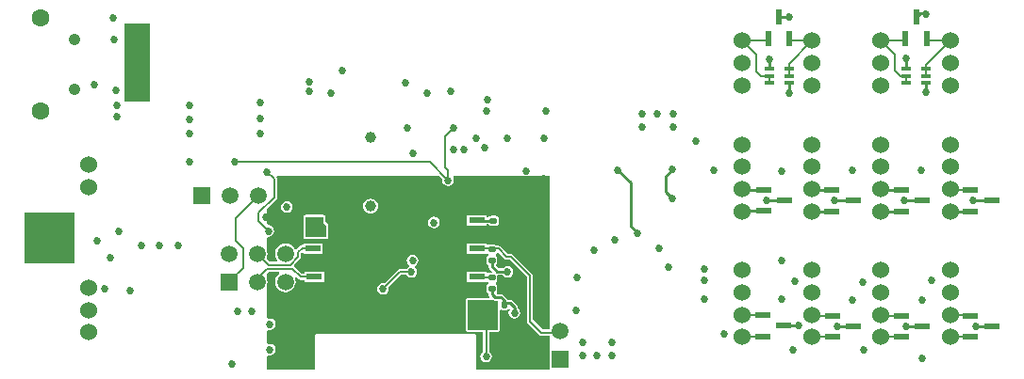
<source format=gbl>
G04 Layer_Physical_Order=4*
G04 Layer_Color=16711680*
%FSLAX25Y25*%
%MOIN*%
G70*
G01*
G75*
G04:AMPARAMS|DCode=12|XSize=22mil|YSize=24mil|CornerRadius=4.4mil|HoleSize=0mil|Usage=FLASHONLY|Rotation=90.000|XOffset=0mil|YOffset=0mil|HoleType=Round|Shape=RoundedRectangle|*
%AMROUNDEDRECTD12*
21,1,0.02200,0.01520,0,0,90.0*
21,1,0.01320,0.02400,0,0,90.0*
1,1,0.00880,0.00760,0.00660*
1,1,0.00880,0.00760,-0.00660*
1,1,0.00880,-0.00760,-0.00660*
1,1,0.00880,-0.00760,0.00660*
%
%ADD12ROUNDEDRECTD12*%
G04:AMPARAMS|DCode=15|XSize=22mil|YSize=24mil|CornerRadius=4.4mil|HoleSize=0mil|Usage=FLASHONLY|Rotation=0.000|XOffset=0mil|YOffset=0mil|HoleType=Round|Shape=RoundedRectangle|*
%AMROUNDEDRECTD15*
21,1,0.02200,0.01520,0,0,0.0*
21,1,0.01320,0.02400,0,0,0.0*
1,1,0.00880,0.00660,-0.00760*
1,1,0.00880,-0.00660,-0.00760*
1,1,0.00880,-0.00660,0.00760*
1,1,0.00880,0.00660,0.00760*
%
%ADD15ROUNDEDRECTD15*%
G04:AMPARAMS|DCode=34|XSize=78.74mil|YSize=157.48mil|CornerRadius=19.69mil|HoleSize=0mil|Usage=FLASHONLY|Rotation=90.000|XOffset=0mil|YOffset=0mil|HoleType=Round|Shape=RoundedRectangle|*
%AMROUNDEDRECTD34*
21,1,0.07874,0.11811,0,0,90.0*
21,1,0.03937,0.15748,0,0,90.0*
1,1,0.03937,0.05906,0.01969*
1,1,0.03937,0.05906,-0.01969*
1,1,0.03937,-0.05906,-0.01969*
1,1,0.03937,-0.05906,0.01969*
%
%ADD34ROUNDEDRECTD34*%
%ADD37C,0.00700*%
%ADD38C,0.00900*%
%ADD39C,0.01000*%
%ADD42C,0.00800*%
%ADD43C,0.05906*%
%ADD44R,0.05906X0.05906*%
%ADD45R,0.05906X0.05906*%
%ADD46C,0.03937*%
%ADD47C,0.06000*%
%ADD48C,0.06299*%
%ADD49C,0.04100*%
%ADD50C,0.02700*%
%ADD59R,0.03740X0.01378*%
%ADD60R,0.05512X0.02362*%
%ADD61R,0.02362X0.05512*%
G36*
X47000Y98000D02*
X38000Y98000D01*
X38000Y125500D01*
X47000Y125500D01*
Y98000D01*
D02*
G37*
G36*
X188500Y17595D02*
X188441Y17454D01*
X188391Y17071D01*
X185943D01*
X182571Y20444D01*
Y36167D01*
X182571Y36167D01*
X182489Y36577D01*
X182257Y36924D01*
X182257Y36924D01*
X175534Y43647D01*
X175187Y43879D01*
X174777Y43960D01*
X173554D01*
X171057Y46457D01*
X170710Y46689D01*
X170300Y46771D01*
X169650D01*
X169582Y46872D01*
X169205Y47124D01*
X168760Y47212D01*
X167240D01*
X166795Y47124D01*
X166656Y47031D01*
X166156Y47298D01*
Y47581D01*
X159244D01*
Y43819D01*
X166156D01*
X166156Y43819D01*
X166623Y43765D01*
X166623Y43765D01*
Y43225D01*
X166621Y43217D01*
X166418Y43082D01*
X166166Y42705D01*
X166078Y42260D01*
Y40940D01*
X166166Y40495D01*
X166418Y40118D01*
X166795Y39866D01*
X166827Y39860D01*
Y39500D01*
X166917Y39051D01*
X167171Y38671D01*
X168168Y37674D01*
X167976Y37212D01*
X167240D01*
X166795Y37124D01*
X166656Y37031D01*
X166156Y37298D01*
Y37581D01*
X159244D01*
Y33819D01*
X166156D01*
X166156Y33819D01*
X166623Y33765D01*
X166623Y33765D01*
Y33225D01*
X166621Y33217D01*
X166418Y33082D01*
X166166Y32705D01*
X166078Y32260D01*
Y30940D01*
X166166Y30495D01*
X166418Y30118D01*
X166795Y29866D01*
X166827Y29860D01*
Y29500D01*
X166917Y29051D01*
X167142Y28714D01*
X167080Y28452D01*
X166981Y28214D01*
X159500D01*
X159227Y28159D01*
X158995Y28005D01*
X158841Y27773D01*
X158786Y27500D01*
Y17000D01*
X158841Y16727D01*
X158995Y16495D01*
X159227Y16341D01*
X159500Y16286D01*
X164929D01*
Y9250D01*
X164522Y8978D01*
X164069Y8300D01*
X163910Y7500D01*
X164069Y6700D01*
X164522Y6022D01*
X165200Y5569D01*
X166000Y5410D01*
X166800Y5569D01*
X167478Y6022D01*
X167931Y6700D01*
X168090Y7500D01*
X167931Y8300D01*
X167478Y8978D01*
X167071Y9250D01*
Y16286D01*
X170000D01*
X170273Y16341D01*
X170505Y16495D01*
X170659Y16727D01*
X170714Y17000D01*
Y23790D01*
X171193Y24068D01*
X171214Y24066D01*
X171640Y23981D01*
X172960D01*
X173405Y24069D01*
X173782Y24321D01*
X174192Y24333D01*
X174353Y24276D01*
X174366Y24245D01*
X174069Y23800D01*
X173910Y23000D01*
X174069Y22200D01*
X174522Y21522D01*
X175200Y21069D01*
X176000Y20910D01*
X176800Y21069D01*
X177478Y21522D01*
X177931Y22200D01*
X178090Y23000D01*
X177931Y23800D01*
X177478Y24478D01*
X177173Y24682D01*
Y25000D01*
X177083Y25449D01*
X176829Y25829D01*
X175329Y27329D01*
X174949Y27583D01*
X174500Y27672D01*
X173501D01*
X173415Y27730D01*
X173383Y27888D01*
X173129Y28269D01*
X172069Y29329D01*
X171688Y29583D01*
X171239Y29673D01*
X169815D01*
X169681Y29929D01*
X169618Y30173D01*
X169834Y30495D01*
X169922Y30940D01*
Y32260D01*
X169834Y32705D01*
X169582Y33082D01*
X169379Y33217D01*
X169377Y33225D01*
Y33765D01*
X169379Y33773D01*
X169582Y33908D01*
X169834Y34285D01*
X169922Y34730D01*
Y36050D01*
X170349Y36467D01*
X171724D01*
X172022Y36022D01*
X172700Y35569D01*
X173500Y35410D01*
X174300Y35569D01*
X174978Y36022D01*
X175431Y36700D01*
X175590Y37500D01*
X175431Y38300D01*
X174978Y38978D01*
X174300Y39431D01*
X173500Y39590D01*
X172700Y39431D01*
X172022Y38978D01*
X171911Y38812D01*
X170346D01*
X169533Y39625D01*
X169582Y40118D01*
X169834Y40495D01*
X169922Y40940D01*
Y42260D01*
X169834Y42705D01*
X169582Y43082D01*
X169379Y43217D01*
X169377Y43225D01*
Y43765D01*
X169379Y43773D01*
X169582Y43908D01*
X169698Y44081D01*
X170288Y44198D01*
X172353Y42133D01*
X172701Y41901D01*
X173110Y41819D01*
X174334D01*
X180429Y35724D01*
Y20000D01*
X180511Y19590D01*
X180743Y19243D01*
X184743Y15243D01*
X184743Y15243D01*
X185090Y15011D01*
X185500Y14929D01*
X188500D01*
Y2723D01*
X162575D01*
X162565Y2773D01*
X162514Y2850D01*
Y14700D01*
X162459Y14973D01*
X162305Y15205D01*
X162073Y15359D01*
X161800Y15414D01*
X106100D01*
X105827Y15359D01*
X105595Y15205D01*
X105495Y15105D01*
X105341Y14873D01*
X105286Y14600D01*
Y2723D01*
X88500D01*
X88500Y7647D01*
X89000Y8009D01*
X89500Y7910D01*
X90300Y8069D01*
X90978Y8522D01*
X91431Y9200D01*
X91590Y10000D01*
X91431Y10800D01*
X90978Y11478D01*
X90300Y11931D01*
X89500Y12090D01*
X89000Y11991D01*
X88500Y12353D01*
Y16647D01*
X89000Y17009D01*
X89500Y16910D01*
X90300Y17069D01*
X90978Y17522D01*
X91431Y18200D01*
X91590Y19000D01*
X91431Y19800D01*
X90978Y20478D01*
X90300Y20931D01*
X89500Y21090D01*
X89000Y20991D01*
X88500Y21353D01*
X88500Y32905D01*
X88559Y33046D01*
X88684Y34000D01*
X88559Y34954D01*
X88500Y35095D01*
Y36986D01*
X88946Y37432D01*
X92651D01*
X92821Y36932D01*
X92395Y36605D01*
X91809Y35842D01*
X91441Y34954D01*
X91316Y34000D01*
X91441Y33046D01*
X91809Y32158D01*
X92395Y31395D01*
X93158Y30809D01*
X94046Y30441D01*
X95000Y30316D01*
X95954Y30441D01*
X96842Y30809D01*
X97605Y31395D01*
X98191Y32158D01*
X98559Y33046D01*
X98684Y34000D01*
X98559Y34954D01*
X98370Y35409D01*
X98794Y35692D01*
X99543Y34943D01*
X99890Y34711D01*
X100300Y34629D01*
X101744D01*
Y33819D01*
X108656D01*
Y37581D01*
X101744D01*
Y36771D01*
X100743D01*
X98254Y39260D01*
X98187Y39305D01*
X98099Y39925D01*
X100260Y42085D01*
X100492Y42432D01*
X100573Y42842D01*
Y44024D01*
X100886Y44277D01*
X101344Y44078D01*
Y43819D01*
X108256D01*
Y47581D01*
X101344D01*
Y47396D01*
X101000Y47071D01*
X100590Y46989D01*
X100243Y46757D01*
X98906Y45421D01*
X98339Y45485D01*
X98191Y45842D01*
X97605Y46605D01*
X96842Y47191D01*
X95954Y47559D01*
X95000Y47684D01*
X94046Y47559D01*
X93158Y47191D01*
X92395Y46605D01*
X91809Y45842D01*
X91441Y44954D01*
X91316Y44000D01*
X91441Y43046D01*
X91809Y42158D01*
X92262Y41568D01*
X92037Y41068D01*
X89446D01*
X88500Y42014D01*
Y42905D01*
X88559Y43046D01*
X88684Y44000D01*
X88559Y44954D01*
X88500Y45095D01*
Y49615D01*
X88886Y49932D01*
X89000Y49910D01*
X89800Y50069D01*
X90478Y50522D01*
X90931Y51200D01*
X91090Y52000D01*
X90931Y52800D01*
X90478Y53478D01*
X89800Y53931D01*
X89000Y54090D01*
X88500Y54501D01*
Y59986D01*
X91757Y63243D01*
X91989Y63590D01*
X92071Y64000D01*
Y70500D01*
X91989Y70910D01*
X91929Y71000D01*
X92196Y71500D01*
X149486Y71500D01*
X150505Y70481D01*
X150410Y70000D01*
X150569Y69200D01*
X151022Y68522D01*
X151700Y68069D01*
X152500Y67910D01*
X153300Y68069D01*
X153978Y68522D01*
X154431Y69200D01*
X154590Y70000D01*
X154431Y70800D01*
X154297Y71000D01*
X154565Y71500D01*
X188500D01*
X188500Y17595D01*
D02*
G37*
G36*
X20600Y40500D02*
X2723D01*
Y58500D01*
X20600D01*
Y40500D01*
D02*
G37*
G36*
X168551Y27417D02*
X169000Y27327D01*
X170000D01*
Y17000D01*
X159500D01*
Y27500D01*
X168427D01*
X168551Y27417D01*
D02*
G37*
%LPC*%
G36*
X95500Y62590D02*
X94700Y62431D01*
X94022Y61978D01*
X93569Y61300D01*
X93410Y60500D01*
X93569Y59700D01*
X94022Y59022D01*
X94700Y58569D01*
X95500Y58410D01*
X96300Y58569D01*
X96978Y59022D01*
X97431Y59700D01*
X97590Y60500D01*
X97431Y61300D01*
X96978Y61978D01*
X96300Y62431D01*
X95500Y62590D01*
D02*
G37*
G36*
X125016Y63428D02*
X124319Y63336D01*
X123670Y63067D01*
X123113Y62639D01*
X122685Y62082D01*
X122416Y61433D01*
X122324Y60736D01*
X122416Y60040D01*
X122685Y59390D01*
X123113Y58833D01*
X123670Y58405D01*
X124319Y58136D01*
X125016Y58045D01*
X125712Y58136D01*
X126362Y58405D01*
X126919Y58833D01*
X127347Y59390D01*
X127616Y60040D01*
X127707Y60736D01*
X127616Y61433D01*
X127347Y62082D01*
X126919Y62639D01*
X126362Y63067D01*
X125712Y63336D01*
X125016Y63428D01*
D02*
G37*
G36*
X166156Y57581D02*
X159244D01*
Y53819D01*
X166156D01*
Y54438D01*
X166711D01*
X166918Y54128D01*
X167295Y53876D01*
X167740Y53788D01*
X169260D01*
X169705Y53876D01*
X170082Y54128D01*
X170334Y54505D01*
X170422Y54950D01*
Y56270D01*
X170334Y56715D01*
X170082Y57092D01*
X169705Y57344D01*
X169260Y57433D01*
X167740D01*
X167295Y57344D01*
X166918Y57092D01*
X166711Y56783D01*
X166156D01*
Y57581D01*
D02*
G37*
G36*
X147500Y57090D02*
X146700Y56931D01*
X146022Y56478D01*
X145569Y55800D01*
X145410Y55000D01*
X145569Y54200D01*
X146022Y53522D01*
X146700Y53069D01*
X147500Y52910D01*
X148300Y53069D01*
X148978Y53522D01*
X149431Y54200D01*
X149590Y55000D01*
X149431Y55800D01*
X148978Y56478D01*
X148300Y56931D01*
X147500Y57090D01*
D02*
G37*
G36*
X108500Y57714D02*
X102000D01*
X101727Y57659D01*
X101495Y57505D01*
X101341Y57273D01*
X101286Y57000D01*
Y50000D01*
X101341Y49727D01*
X101495Y49495D01*
X101727Y49341D01*
X102000Y49286D01*
X109500D01*
X109773Y49341D01*
X110005Y49495D01*
X110159Y49727D01*
X110214Y50000D01*
Y54000D01*
X110159Y54273D01*
X110005Y54505D01*
X109214Y55296D01*
Y57000D01*
X109159Y57273D01*
X109005Y57505D01*
X108773Y57659D01*
X108500Y57714D01*
D02*
G37*
G36*
X140000Y43590D02*
X139200Y43431D01*
X138522Y42978D01*
X138069Y42300D01*
X137910Y41500D01*
X138069Y40700D01*
X138522Y40022D01*
X138656Y39932D01*
X138673Y39746D01*
X138603Y39366D01*
X138022Y38978D01*
X137750Y38571D01*
X135457D01*
X135047Y38489D01*
X134700Y38257D01*
X129937Y33495D01*
X129457Y33590D01*
X128657Y33431D01*
X127979Y32978D01*
X127526Y32300D01*
X127366Y31500D01*
X127526Y30700D01*
X127979Y30022D01*
X128657Y29569D01*
X129457Y29410D01*
X130257Y29569D01*
X130935Y30022D01*
X131388Y30700D01*
X131547Y31500D01*
X131451Y31980D01*
X135900Y36429D01*
X137750D01*
X138022Y36022D01*
X138700Y35569D01*
X139500Y35410D01*
X140300Y35569D01*
X140978Y36022D01*
X141431Y36700D01*
X141590Y37500D01*
X141431Y38300D01*
X140978Y38978D01*
X140843Y39068D01*
X140827Y39254D01*
X140897Y39634D01*
X141478Y40022D01*
X141931Y40700D01*
X142090Y41500D01*
X141931Y42300D01*
X141478Y42978D01*
X140800Y43431D01*
X140000Y43590D01*
D02*
G37*
%LPD*%
G36*
X108500Y55000D02*
X109500Y54000D01*
Y50000D01*
X102000D01*
Y57000D01*
X108500D01*
Y55000D01*
D02*
G37*
D12*
X168000Y45390D02*
D03*
Y41600D02*
D03*
X168500Y55610D02*
D03*
Y59400D02*
D03*
X168000Y35390D02*
D03*
Y31600D02*
D03*
D15*
X100130Y52000D02*
D03*
X103900D02*
D03*
X168510Y25903D02*
D03*
X172300D02*
D03*
X172270Y21403D02*
D03*
X168500D02*
D03*
D34*
X11500Y49500D02*
D03*
D37*
X185500Y16000D02*
X191500D01*
X181500Y20000D02*
X185500Y16000D01*
X170300Y45700D02*
X173110Y42890D01*
X162700Y45700D02*
X170300D01*
X173110Y42890D02*
X174777D01*
X135457Y37500D02*
X139500D01*
X96658Y39997D02*
X99503Y42842D01*
X85500Y43500D02*
X89003Y39997D01*
X96658D01*
X174777Y42890D02*
X181500Y36167D01*
Y20000D02*
Y36167D01*
X166000Y7500D02*
Y18500D01*
X162700Y35700D02*
X162900Y35500D01*
X167610D01*
X168500Y21403D02*
X168510Y21413D01*
X168307Y25700D02*
X168510Y25903D01*
X97497Y38503D02*
X100300Y35700D01*
X336937Y22297D02*
X337260Y21974D01*
X330000Y22297D02*
X336937D01*
X337189Y14423D02*
X337260Y14493D01*
X330000Y14423D02*
X337189D01*
X263500D02*
X263760Y14682D01*
X256500Y14423D02*
X263500D01*
X256500Y22297D02*
X256634Y22163D01*
X263760D01*
X330205Y66474D02*
X337260D01*
X329835Y66844D02*
X330205Y66474D01*
X256500Y119374D02*
X264874D01*
X265760Y120260D01*
X273240D02*
X274126Y119374D01*
X281000D01*
X266000Y104496D02*
X266055Y104441D01*
X266000Y104496D02*
Y106945D01*
X266055Y107000D01*
X263000D02*
X266055D01*
X261500Y108500D02*
X263000Y107000D01*
X261500Y108500D02*
Y114374D01*
X256500Y119374D02*
X261500Y114374D01*
X272945Y107000D02*
Y109559D01*
Y111319D01*
X281000Y119374D01*
X321445Y110819D02*
X330000Y119374D01*
X321740Y120260D02*
X322626Y119374D01*
X330000D01*
X321445Y107000D02*
Y109559D01*
Y110819D01*
X305500Y119374D02*
X313374D01*
X314260Y120260D01*
X314555Y104441D02*
Y107000D01*
X312385D02*
X314555D01*
X310500Y108885D02*
X312385Y107000D01*
X310500Y108885D02*
Y114374D01*
X305500Y119374D02*
X310500Y114374D01*
X101000Y46000D02*
X104500D01*
X104800Y45700D01*
X99503Y44503D02*
X101000Y46000D01*
X99503Y42842D02*
Y44503D01*
X100300Y35700D02*
X105200D01*
X129457Y31500D02*
X135457Y37500D01*
X77000Y76500D02*
X146000D01*
X152200Y70300D01*
X85500Y43500D02*
Y44500D01*
Y34500D02*
Y35500D01*
X88503Y38503D01*
X97497D01*
X152500Y70000D02*
Y73500D01*
X151500Y74500D02*
X152500Y73500D01*
X151500Y74500D02*
Y85500D01*
X154500Y88500D01*
X85600Y55400D02*
X89000Y52000D01*
X91000Y64000D02*
Y70500D01*
X85600Y55400D02*
Y58600D01*
X91000Y64000D01*
X85500Y64500D02*
Y65500D01*
X77500Y56500D02*
X85500Y64500D01*
X75500Y34500D02*
X80000Y39000D01*
X77500Y48500D02*
Y56500D01*
Y48500D02*
X80000Y46000D01*
Y39000D02*
Y46000D01*
X88500Y73000D02*
X91000Y70500D01*
D38*
X169860Y37640D02*
X173360D01*
X168000Y39500D02*
X169860Y37640D01*
X168000Y39500D02*
Y41600D01*
X271318Y18500D02*
X276500D01*
X271240Y18422D02*
X271318Y18500D01*
X321367Y129133D02*
X321500Y129000D01*
X319393Y129133D02*
X321367D01*
X318000Y127740D02*
X319393Y129133D01*
X171239Y28500D02*
X172300Y27439D01*
X169000Y28500D02*
X171239D01*
X168000Y29500D02*
X169000Y28500D01*
X172300Y25903D02*
Y27439D01*
X168000Y29500D02*
Y31600D01*
X162700Y55700D02*
X162790Y55610D01*
X168500D01*
X166557Y59400D02*
X168500D01*
X165016Y60941D02*
X166557Y59400D01*
X290089Y18234D02*
X295829D01*
X314500D02*
X320240D01*
X339000D02*
X344740D01*
X217036Y53776D02*
X219536Y51276D01*
X217036Y53776D02*
Y69107D01*
X212536Y73607D02*
X217036Y69107D01*
X229473Y65941D02*
X231808Y63607D01*
X229473Y65941D02*
Y71354D01*
X231826Y73707D01*
X338266Y62734D02*
X344740D01*
X313766D02*
X320240D01*
X289266D02*
X295740D01*
X265066Y62871D02*
X271540D01*
X173360Y37640D02*
X173500Y37500D01*
X172270Y21403D02*
X172500Y21173D01*
Y18000D02*
Y21173D01*
X176000Y23000D02*
Y25000D01*
X172300Y25903D02*
X172897Y26500D01*
X174500D01*
X176000Y25000D01*
X269500Y127740D02*
X269760Y128000D01*
X273000D01*
D39*
X337236Y58970D02*
X337260Y58993D01*
X329835Y58970D02*
X337236D01*
X312736D02*
X312760Y58993D01*
X305335Y58970D02*
X312736D01*
X305705Y66474D02*
X312760D01*
X305335Y66844D02*
X305705Y66474D01*
X281205D02*
X288260D01*
X282635Y66981D02*
X283005Y66611D01*
X280858Y58993D02*
X288260D01*
X282635Y59107D02*
X282658Y59130D01*
X256658D02*
X264060D01*
X256635Y59107D02*
X256658Y59130D01*
X257005Y66611D02*
X264060D01*
X256635Y66981D02*
X257005Y66611D01*
X266000Y109614D02*
Y113000D01*
X273000Y101000D02*
Y104386D01*
X321445Y101055D02*
Y104441D01*
X314445Y109669D02*
Y113055D01*
D42*
X281323Y21974D02*
X288349D01*
X281000Y22297D02*
X281323Y21974D01*
X281071Y14493D02*
X288349D01*
X281000Y14423D02*
X281071Y14493D01*
X305823Y21974D02*
X312760D01*
X305500Y22297D02*
X305823Y21974D01*
X305571Y14493D02*
X312760D01*
X305500Y14423D02*
X305571Y14493D01*
D43*
X85500Y64500D02*
D03*
X75500D02*
D03*
X95000Y44000D02*
D03*
Y34000D02*
D03*
X85000Y44000D02*
D03*
Y34000D02*
D03*
X75000Y44000D02*
D03*
X192000Y16500D02*
D03*
D44*
X65500Y64500D02*
D03*
X75000Y34000D02*
D03*
D45*
X192000Y6500D02*
D03*
D46*
X125016Y60736D02*
D03*
Y85146D02*
D03*
D47*
X330000Y82592D02*
D03*
Y58970D02*
D03*
Y74718D02*
D03*
Y66844D02*
D03*
X281000Y82592D02*
D03*
Y58970D02*
D03*
Y74718D02*
D03*
Y66844D02*
D03*
X256500Y38045D02*
D03*
Y14423D02*
D03*
Y30171D02*
D03*
Y22297D02*
D03*
X330000Y38045D02*
D03*
Y14423D02*
D03*
Y30171D02*
D03*
Y22297D02*
D03*
X281000Y38045D02*
D03*
Y14423D02*
D03*
Y30171D02*
D03*
Y22297D02*
D03*
X305500Y38045D02*
D03*
Y14423D02*
D03*
Y30171D02*
D03*
Y22297D02*
D03*
X25500Y75437D02*
D03*
Y67563D02*
D03*
Y31874D02*
D03*
Y24000D02*
D03*
Y16126D02*
D03*
X305500Y82592D02*
D03*
Y58970D02*
D03*
Y74718D02*
D03*
Y66844D02*
D03*
X256500Y82592D02*
D03*
Y58970D02*
D03*
Y74718D02*
D03*
Y66844D02*
D03*
X330000Y119374D02*
D03*
Y111500D02*
D03*
Y103626D02*
D03*
X256500D02*
D03*
Y111500D02*
D03*
Y119374D02*
D03*
X281000Y103626D02*
D03*
Y111500D02*
D03*
Y119374D02*
D03*
X305500Y103626D02*
D03*
Y111500D02*
D03*
Y119374D02*
D03*
D48*
X8468Y94563D02*
D03*
Y127437D02*
D03*
D49*
X20378Y119760D02*
D03*
Y102240D02*
D03*
D50*
X40000Y31000D02*
D03*
X144000Y41500D02*
D03*
X140000D02*
D03*
X147500Y55000D02*
D03*
X270500Y28000D02*
D03*
X276500Y18500D02*
D03*
X109000Y60000D02*
D03*
X138000Y88500D02*
D03*
X140153Y79653D02*
D03*
X134457Y57500D02*
D03*
X270500Y41500D02*
D03*
X153500Y101500D02*
D03*
X139500Y37500D02*
D03*
X95500Y60500D02*
D03*
X88000Y57000D02*
D03*
X96500Y52000D02*
D03*
X186500Y70500D02*
D03*
X240000Y84000D02*
D03*
X78000Y23500D02*
D03*
X83000D02*
D03*
X89500Y10000D02*
D03*
Y19000D02*
D03*
X76000Y5000D02*
D03*
X115000Y109000D02*
D03*
X103500Y105000D02*
D03*
Y101500D02*
D03*
X187000Y94500D02*
D03*
X179000Y7000D02*
D03*
X166000Y7500D02*
D03*
X198000Y35500D02*
D03*
X158000Y81000D02*
D03*
X154500D02*
D03*
X145000Y101000D02*
D03*
X165016Y60941D02*
D03*
X161516Y63941D02*
D03*
X290089Y18234D02*
D03*
X314500D02*
D03*
X339000D02*
D03*
X44000Y47000D02*
D03*
X57000D02*
D03*
X50500D02*
D03*
X231808Y63607D02*
D03*
X219536Y51276D02*
D03*
X212536Y73607D02*
D03*
X230407Y39334D02*
D03*
X275089Y34234D02*
D03*
X243000Y38423D02*
D03*
X231826Y73707D02*
D03*
X180240Y73216D02*
D03*
X175390Y63567D02*
D03*
X156516Y40941D02*
D03*
X180500Y41000D02*
D03*
X152016Y47941D02*
D03*
X137600Y104400D02*
D03*
X132000Y38000D02*
D03*
X197900Y23833D02*
D03*
X186500Y85000D02*
D03*
X162516Y84941D02*
D03*
X165516Y81441D02*
D03*
X186500Y55500D02*
D03*
X156016Y53941D02*
D03*
X200000Y12500D02*
D03*
X107500Y51500D02*
D03*
X320000Y6734D02*
D03*
X211500Y48734D02*
D03*
X161000Y42000D02*
D03*
X77000Y76500D02*
D03*
X227000Y46000D02*
D03*
X243000Y34500D02*
D03*
Y28000D02*
D03*
X250000Y15500D02*
D03*
X274500Y10000D02*
D03*
X295500Y27500D02*
D03*
X299500Y10000D02*
D03*
X320000Y27500D02*
D03*
X323500Y34500D02*
D03*
X299000Y34000D02*
D03*
X166000Y18500D02*
D03*
X61000Y96500D02*
D03*
X273000Y128000D02*
D03*
X321500Y129000D02*
D03*
X246500Y73500D02*
D03*
X270535Y73239D02*
D03*
X295335Y73498D02*
D03*
X319800Y73595D02*
D03*
X338266Y62734D02*
D03*
X313766D02*
D03*
X289266D02*
D03*
X265066Y62871D02*
D03*
X266000Y113000D02*
D03*
X273000Y101000D02*
D03*
X321445Y101055D02*
D03*
X314445Y113055D02*
D03*
X173500Y37500D02*
D03*
X121000Y17000D02*
D03*
X139000D02*
D03*
X121000Y32000D02*
D03*
X119500Y63000D02*
D03*
X131500D02*
D03*
X172500Y18000D02*
D03*
X176000Y23000D02*
D03*
X129457Y31500D02*
D03*
X210500Y12500D02*
D03*
X200000Y8000D02*
D03*
X205000D02*
D03*
X210500D02*
D03*
X232000Y89000D02*
D03*
X221000D02*
D03*
Y93500D02*
D03*
X226500D02*
D03*
X232000D02*
D03*
X204100Y45134D02*
D03*
X152500Y70000D02*
D03*
X106500Y22500D02*
D03*
X5600Y42500D02*
D03*
X11600D02*
D03*
X17600D02*
D03*
X5400Y56500D02*
D03*
X11400D02*
D03*
X17400D02*
D03*
X36000Y52000D02*
D03*
X33000Y42500D02*
D03*
X111000Y101000D02*
D03*
X156500Y70000D02*
D03*
X173500Y85000D02*
D03*
X166000Y94500D02*
D03*
X166500Y98500D02*
D03*
X154500Y88500D02*
D03*
X35000Y102000D02*
D03*
X27500Y104000D02*
D03*
X34500Y120000D02*
D03*
X34000Y127500D02*
D03*
X35500Y92500D02*
D03*
Y96500D02*
D03*
X45000Y123500D02*
D03*
X40000D02*
D03*
Y100500D02*
D03*
X89000Y52000D02*
D03*
X61000Y91500D02*
D03*
Y86500D02*
D03*
Y76500D02*
D03*
X45000Y100500D02*
D03*
Y105000D02*
D03*
X42500Y120000D02*
D03*
X31000Y31500D02*
D03*
X28500Y48500D02*
D03*
X86000Y86500D02*
D03*
X88500Y73000D02*
D03*
X86000Y92000D02*
D03*
Y97500D02*
D03*
X103000Y22500D02*
D03*
D59*
X272945Y104441D02*
D03*
Y107000D02*
D03*
Y109559D02*
D03*
X266055D02*
D03*
Y107000D02*
D03*
Y104441D02*
D03*
X321445D02*
D03*
Y107000D02*
D03*
Y109559D02*
D03*
X314555D02*
D03*
Y107000D02*
D03*
Y104441D02*
D03*
D60*
X263760Y22163D02*
D03*
Y14682D02*
D03*
X271240Y18422D02*
D03*
X288349Y21974D02*
D03*
Y14493D02*
D03*
X295829Y18234D02*
D03*
X264060Y66611D02*
D03*
Y59130D02*
D03*
X271540Y62871D02*
D03*
X312760Y66474D02*
D03*
Y58993D02*
D03*
X320240Y62734D02*
D03*
X288260Y66474D02*
D03*
Y58993D02*
D03*
X295740Y62734D02*
D03*
X337260Y66474D02*
D03*
Y58993D02*
D03*
X344740Y62734D02*
D03*
X337260Y21974D02*
D03*
Y14493D02*
D03*
X344740Y18234D02*
D03*
X312760Y21974D02*
D03*
Y14493D02*
D03*
X320240Y18234D02*
D03*
X105100Y25700D02*
D03*
X105200Y35700D02*
D03*
X104800Y45700D02*
D03*
X105200Y55700D02*
D03*
X162700D02*
D03*
Y45700D02*
D03*
Y35700D02*
D03*
Y25700D02*
D03*
D61*
X314260Y120260D02*
D03*
X321740D02*
D03*
X318000Y127740D02*
D03*
X265760Y120260D02*
D03*
X273240D02*
D03*
X269500Y127740D02*
D03*
M02*

</source>
